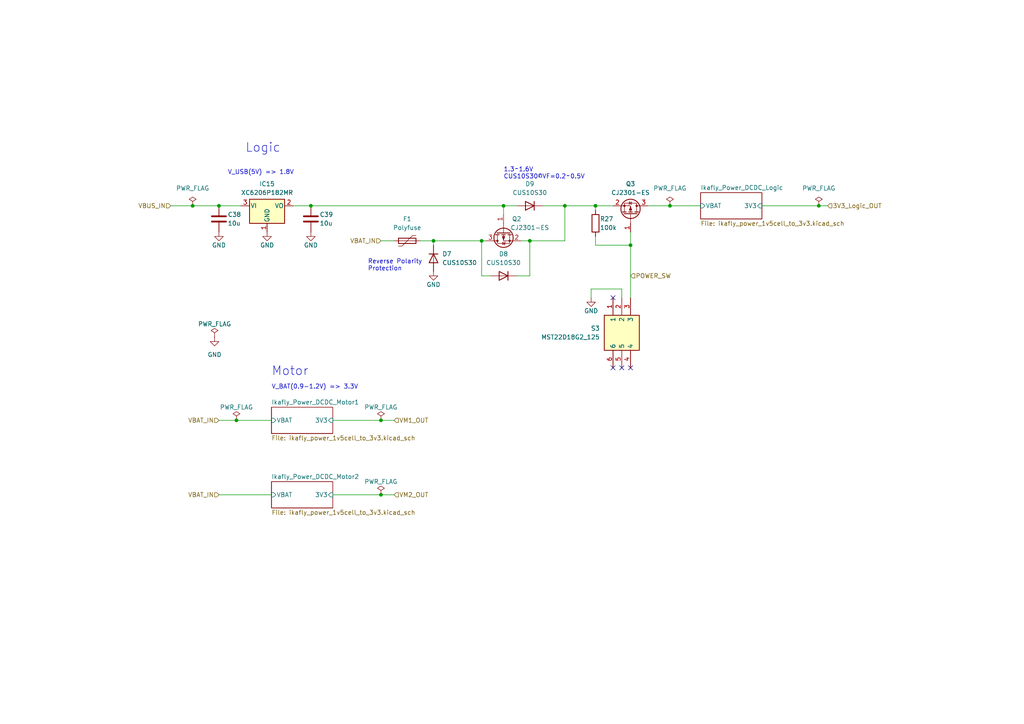
<source format=kicad_sch>
(kicad_sch (version 20230121) (generator eeschema)
  (paper "A4")
  (lib_symbols
    (symbol "Device:C" (pin_numbers hide) (pin_names (offset 0.254))
      (property "Reference" "C" (at 0.635 2.54 0))
      (property "Value" "C" (at 0.635 -2.54 0))
      (symbol "C_0_1"
        (polyline (pts (xy -2.032 -0.762) (xy 2.032 -0.762)) (stroke (width 0.508)))
        (polyline (pts (xy -2.032 0.762) (xy 2.032 0.762)) (stroke (width 0.508)))
      )
      (symbol "C_1_1"
        (pin passive line (at 0 3.81 270) (length 2.794) (name "~") (number "1"))
        (pin passive line (at 0 -3.81 90) (length 2.794) (name "~") (number "2"))
      )
    )
    (symbol "Device:D" (pin_numbers hide) (pin_names (offset 1.016) hide)
      (property "Reference" "D" (at 0 2.54 0))
      (property "Value" "D" (at 0 -2.54 0))
      (symbol "D_0_1"
        (polyline (pts (xy -1.27 1.27) (xy -1.27 -1.27)) (stroke (width 0.254)))
        (polyline (pts (xy 1.27 0) (xy -1.27 0)))
        (polyline (pts (xy 1.27 1.27) (xy 1.27 -1.27) (xy -1.27 0) (xy 1.27 1.27)) (stroke (width 0.254)))
      )
      (symbol "D_1_1"
        (pin passive line (at -3.81 0 0) (length 2.54) (name "K") (number "1"))
        (pin passive line (at 3.81 0 180) (length 2.54) (name "A") (number "2"))
      )
    )
    (symbol "Device:Polyfuse" (pin_numbers hide) (pin_names (offset 0))
      (property "Reference" "F" (at -2.54 0 90))
      (property "Value" "Polyfuse" (at 2.54 0 90))
      (symbol "Polyfuse_0_1"
        (rectangle (start -0.762 2.54) (end 0.762 -2.54) (stroke (width 0.254)))
        (polyline (pts (xy 0 2.54) (xy 0 -2.54)))
        (polyline (pts (xy -1.524 2.54) (xy -1.524 1.524) (xy 1.524 -1.524) (xy 1.524 -2.54)))
      )
      (symbol "Polyfuse_1_1"
        (pin passive line (at 0 3.81 270) (length 1.27) (name "~") (number "1"))
        (pin passive line (at 0 -3.81 90) (length 1.27) (name "~") (number "2"))
      )
    )
    (symbol "Device:R" (pin_numbers hide) (pin_names (offset 0))
      (property "Reference" "R" (at 2.032 0 90))
      (property "Value" "R" (at 0 0 90))
      (symbol "R_0_1"
        (rectangle (start -1.016 -2.54) (end 1.016 2.54) (stroke (width 0.254)))
      )
      (symbol "R_1_1"
        (pin passive line (at 0 3.81 270) (length 1.27) (name "~") (number "1"))
        (pin passive line (at 0 -3.81 90) (length 1.27) (name "~") (number "2"))
      )
    )
    (symbol "Regulator_Linear:XC6206PxxxMR" (pin_names (offset 0.254))
      (property "Reference" "U" (at -3.81 3.175 0))
      (property "Value" "XC6206PxxxMR" (at 0 3.175 0))
      (symbol "XC6206PxxxMR_0_1"
        (rectangle (start -5.08 1.905) (end 5.08 -5.08) (stroke (width 0.254)) (fill (type background)))
      )
      (symbol "XC6206PxxxMR_1_1"
        (pin power_in line (at 0 -7.62 90) (length 2.54) (name "GND") (number "1"))
        (pin power_out line (at 7.62 0 180) (length 2.54) (name "VO") (number "2"))
        (pin power_in line (at -7.62 0 0) (length 2.54) (name "VI") (number "3"))
      )
    )
    (symbol "SamacSys_Parts:MST22D18G2_125"
      (property "Reference" "S" (at 16.51 7.62 0))
      (property "Value" "MST22D18G2_125" (at 16.51 5.08 0))
      (symbol "MST22D18G2_125_1_1"
        (rectangle (start 5.08 2.54) (end 15.24 -7.62) (stroke (width 0.254)) (fill (type background)))
        (pin passive line (at 0 0 0) (length 5.08) (name "1") (number "1"))
        (pin passive line (at 0 -2.54 0) (length 5.08) (name "2") (number "2"))
        (pin passive line (at 0 -5.08 0) (length 5.08) (name "3") (number "3"))
        (pin passive line (at 20.32 -5.08 180) (length 5.08) (name "4") (number "4"))
        (pin passive line (at 20.32 -2.54 180) (length 5.08) (name "5") (number "5"))
        (pin passive line (at 20.32 0 180) (length 5.08) (name "6") (number "6"))
      )
    )
    (symbol "Transistor_FET:IRLML6402" (pin_names hide)
      (property "Reference" "Q" (at 5.08 1.905 0))
      (property "Value" "IRLML6402" (at 5.08 0 0))
      (symbol "IRLML6402_0_1"
        (polyline (pts (xy 0.254 0) (xy -2.54 0)))
        (polyline (pts (xy 0.254 1.905) (xy 0.254 -1.905)) (stroke (width 0.254)))
        (polyline (pts (xy 0.762 -1.27) (xy 0.762 -2.286)) (stroke (width 0.254)))
        (polyline (pts (xy 0.762 0.508) (xy 0.762 -0.508)) (stroke (width 0.254)))
        (polyline (pts (xy 0.762 2.286) (xy 0.762 1.27)) (stroke (width 0.254)))
        (polyline (pts (xy 2.54 2.54) (xy 2.54 1.778)))
        (polyline (pts (xy 2.54 -2.54) (xy 2.54 0) (xy 0.762 0)))
        (polyline (pts (xy 0.762 1.778) (xy 3.302 1.778) (xy 3.302 -1.778) (xy 0.762 -1.778)))
        (polyline (pts (xy 2.286 0) (xy 1.27 0.381) (xy 1.27 -0.381) (xy 2.286 0)) (fill (type outline)))
        (polyline (pts (xy 2.794 -0.508) (xy 2.921 -0.381) (xy 3.683 -0.381) (xy 3.81 -0.254)))
        (polyline (pts (xy 3.302 -0.381) (xy 2.921 0.254) (xy 3.683 0.254) (xy 3.302 -0.381)))
        (circle (center 1.651 0) (radius 2.794) (stroke (width 0.254)))
        (circle (center 2.54 -1.778) (radius 0.254) (fill (type outline)))
        (circle (center 2.54 1.778) (radius 0.254) (fill (type outline)))
      )
      (symbol "IRLML6402_1_1"
        (pin input line (at -5.08 0 0) (length 2.54) (name "G") (number "1"))
        (pin passive line (at 2.54 -5.08 90) (length 2.54) (name "S") (number "2"))
        (pin passive line (at 2.54 5.08 270) (length 2.54) (name "D") (number "3"))
      )
    )
    (symbol "power:GND" (power) (pin_names (offset 0))
      (property "Value" "GND" (at 0 -3.81 0))
      (symbol "GND_0_1"
        (polyline (pts (xy 0 0) (xy 0 -1.27) (xy 1.27 -1.27) (xy 0 -2.54) (xy -1.27 -1.27) (xy 0 -1.27)))
      )
      (symbol "GND_1_1"
        (pin power_in line (at 0 0 270) (length 0) hide (name "GND") (number "1"))
      )
    )
    (symbol "power:PWR_FLAG" (power) (pin_numbers hide) (pin_names (offset 0) hide)
      (property "Value" "PWR_FLAG" (at 0 3.81 0))
      (symbol "PWR_FLAG_0_0"
        (pin power_out line (at 0 0 90) (length 0) (name "pwr") (number "1"))
      )
      (symbol "PWR_FLAG_0_1"
        (polyline (pts (xy 0 0) (xy 0 1.27) (xy -1.016 1.905) (xy 0 2.54) (xy 1.016 1.905) (xy 0 1.27)))
      )
    )
  )
  (junction (at 172.72 59.69))
  (junction (at 139.7 69.85))
  (junction (at 63.5 59.69))
  (junction (at 110.49 121.92))
  (junction (at 90.17 59.69))
  (junction (at 125.73 69.85))
  (junction (at 55.88 59.69))
  (junction (at 110.49 143.51))
  (junction (at 146.05 59.69))
  (junction (at 237.49 59.69))
  (junction (at 153.67 69.85))
  (junction (at 68.58 121.92))
  (junction (at 194.31 59.69))
  (junction (at 182.88 71.12))
  (junction (at 163.83 59.69))
  (no_connect (at 177.8 106.68))
  (no_connect (at 180.34 106.68))
  (no_connect (at 182.88 106.68))
  (no_connect (at 177.8 86.36))
  (wire (pts (xy 121.92 69.85) (xy 125.73 69.85)))
  (wire (pts (xy 149.86 80.01) (xy 153.67 80.01)))
  (wire (pts (xy 240.03 59.69) (xy 237.49 59.69)))
  (wire (pts (xy 187.96 59.69) (xy 194.31 59.69)))
  (wire (pts (xy 55.88 59.69) (xy 63.5 59.69)))
  (wire (pts (xy 171.45 83.82) (xy 180.34 83.82)))
  (wire (pts (xy 139.7 69.85) (xy 140.97 69.85)))
  (wire (pts (xy 96.52 143.51) (xy 110.49 143.51)))
  (wire (pts (xy 139.7 80.01) (xy 139.7 69.85)))
  (wire (pts (xy 68.58 121.92) (xy 78.74 121.92)))
  (wire (pts (xy 172.72 71.12) (xy 172.72 68.58)))
  (wire (pts (xy 125.73 69.85) (xy 125.73 71.12)))
  (wire (pts (xy 153.67 80.01) (xy 153.67 69.85)))
  (wire (pts (xy 163.83 59.69) (xy 172.72 59.69)))
  (wire (pts (xy 182.88 71.12) (xy 182.88 86.36)))
  (wire (pts (xy 153.67 69.85) (xy 163.83 69.85)))
  (wire (pts (xy 96.52 121.92) (xy 110.49 121.92)))
  (wire (pts (xy 220.98 59.69) (xy 237.49 59.69)))
  (wire (pts (xy 63.5 143.51) (xy 78.74 143.51)))
  (wire (pts (xy 85.09 59.69) (xy 90.17 59.69)))
  (wire (pts (xy 125.73 69.85) (xy 139.7 69.85)))
  (wire (pts (xy 194.31 59.69) (xy 203.2 59.69)))
  (wire (pts (xy 90.17 59.69) (xy 146.05 59.69)))
  (wire (pts (xy 151.13 69.85) (xy 153.67 69.85)))
  (wire (pts (xy 172.72 60.96) (xy 172.72 59.69)))
  (wire (pts (xy 146.05 59.69) (xy 149.86 59.69)))
  (wire (pts (xy 63.5 59.69) (xy 69.85 59.69)))
  (wire (pts (xy 142.24 80.01) (xy 139.7 80.01)))
  (wire (pts (xy 110.49 121.92) (xy 114.3 121.92)))
  (wire (pts (xy 182.88 71.12) (xy 172.72 71.12)))
  (wire (pts (xy 171.45 86.36) (xy 171.45 83.82)))
  (wire (pts (xy 157.48 59.69) (xy 163.83 59.69)))
  (wire (pts (xy 180.34 83.82) (xy 180.34 86.36)))
  (wire (pts (xy 49.53 59.69) (xy 55.88 59.69)))
  (wire (pts (xy 163.83 59.69) (xy 163.83 69.85)))
  (wire (pts (xy 110.49 143.51) (xy 114.3 143.51)))
  (wire (pts (xy 63.5 121.92) (xy 68.58 121.92)))
  (wire (pts (xy 110.49 69.85) (xy 114.3 69.85)))
  (wire (pts (xy 182.88 67.31) (xy 182.88 71.12)))
  (wire (pts (xy 146.05 62.23) (xy 146.05 59.69)))
  (wire (pts (xy 172.72 59.69) (xy 177.8 59.69)))
  (text "Logic" (at 71.12 44.45 0) (effects (font (size 2.56 2.56)) (justify left bottom)))
  (text "Reverse Polarity\nProtection" (at 106.68 78.74 0) (effects (font (size 1.27 1.27)) (justify left bottom)))
  (text "V_USB(5V) => 1.8V" (at 66.04 50.8 0) (effects (font (size 1.27 1.27)) (justify left bottom)))
  (text "1.3～1.6V\nCUS10S30のVF=0.2～0.5V" (at 146.05 52.07 0) (effects (font (size 1.27 1.27)) (justify left bottom)))
  (text "V_BAT(0.9-1.2V) => 3.3V" (at 78.74 113.03 0) (effects (font (size 1.27 1.27)) (justify left bottom)))
  (text "Motor" (at 78.74 109.22 0) (effects (font (size 2.56 2.56)) (justify left bottom)))
  (hierarchical_label "VM2_OUT" (shape input) (at 114.3 143.51 0))
  (hierarchical_label "VBAT_IN" (shape input) (at 63.5 143.51 180))
  (hierarchical_label "VBAT_IN" (shape input) (at 63.5 121.92 180))
  (hierarchical_label "VM1_OUT" (shape input) (at 114.3 121.92 0))
  (hierarchical_label "POWER_SW" (shape input) (at 182.88 80.01 0))
  (hierarchical_label "VBUS_IN" (shape input) (at 49.53 59.69 180))
  (hierarchical_label "3V3_Logic_OUT" (shape input) (at 240.03 59.69 0))
  (hierarchical_label "VBAT_IN" (shape input) (at 110.49 69.85 180))
  (symbol (lib_id "power:PWR_FLAG") (at 237.49 59.69 0) (unit 1)
    (property "Reference" "#FLG010" (effects hide))
    (property "Value" "PWR_FLAG" (at 237.49 54.61 0))
  )
  (symbol (lib_id "power:GND") (at 63.5 67.31 0) (unit 1)
    (property "Reference" "#PWR085" (effects hide))
    (property "Value" "GND" (at 63.5 71.12 0))
  )
  (symbol (lib_id "Regulator_Linear:XC6206PxxxMR") (at 77.47 59.69 0) (unit 1)
    (property "Reference" "IC15" (at 77.47 53.34 0))
    (property "Value" "XC6206P182MR" (at 77.47 55.88 0))
    (property "Footprint" "Package_TO_SOT_SMD:SOT-23-3" (effects hide))
    (property "Datasheet" "https://www.torexsemi.com/file/xc6206/XC6206.pdf" (effects hide))
    (property "LCSC" "C347373" (effects hide))
  )
  (symbol (lib_id "power:PWR_FLAG") (at 110.49 121.92 0) (unit 1)
    (property "Reference" "#FLG07" (effects hide))
    (property "Value" "PWR_FLAG" (at 110.49 118.11 0))
  )
  (symbol (lib_id "Device:R") (at 172.72 64.77 0) (unit 1)
    (property "Reference" "R27" (at 173.99 63.5 0) (effects (justify left)))
    (property "Value" "100k" (at 173.99 66.04 0) (effects (justify left)))
    (property "Footprint" "Resistor_SMD:R_0402_1005Metric" (effects hide))
    (property "LCSC" "C60491" (effects hide))
  )
  (symbol (lib_id "power:PWR_FLAG") (at 68.58 121.92 0) (unit 1)
    (property "Reference" "#FLG06" (effects hide))
    (property "Value" "PWR_FLAG" (at 68.58 118.11 0))
  )
  (symbol (lib_id "power:GND") (at 125.73 78.74 0) (unit 1)
    (property "Reference" "#PWR088" (effects hide))
    (property "Value" "GND" (at 125.73 82.55 0))
  )
  (symbol (lib_id "power:GND") (at 171.45 86.36 0) (unit 1)
    (property "Reference" "#PWR089" (effects hide))
    (property "Value" "GND" (at 171.45 90.17 0))
  )
  (symbol (lib_id "Device:C") (at 63.5 63.5 0) (unit 1)
    (property "Reference" "C38" (at 66.04 62.23 0) (effects (justify left)))
    (property "Value" "10u" (at 66.04 64.77 0) (effects (justify left)))
    (property "Footprint" "Capacitor_SMD:C_0603_1608Metric" (effects hide))
    (property "LCSC" "C1691" (effects hide))
  )
  (symbol (lib_id "Device:D") (at 146.05 80.01 180) (unit 1)
    (property "Reference" "D8" (at 146.05 73.66 0))
    (property "Value" "CUS10S30" (at 146.05 76.2 0))
    (property "Footprint" "Diode_SMD:D_SOD-323" (effects hide))
    (property "Sim.Device" "D" (effects hide))
    (property "Sim.Pins" "1=K 2=A" (effects hide))
    (property "LCSC" "C146335" (effects hide))
  )
  (symbol (lib_id "Transistor_FET:IRLML6402") (at 146.05 67.31 90) (mirror x) (unit 1)
    (property "Reference" "Q2" (at 149.86 63.5 90))
    (property "Value" "CJ2301-ES" (at 153.67 66.04 90))
    (property "Footprint" "Package_TO_SOT_SMD:SOT-23" (effects hide))
    (property "Datasheet" "https://www.infineon.com/dgdl/irlml6402pbf.pdf?fileId=5546d462533600a401535668d5c2263c" (effects hide))
    (property "LCSC" "C5224170" (effects hide))
  )
  (symbol (lib_id "power:PWR_FLAG") (at 194.31 59.69 0) (unit 1)
    (property "Reference" "#FLG09" (effects hide))
    (property "Value" "PWR_FLAG" (at 194.31 54.61 0))
  )
  (symbol (lib_id "Transistor_FET:IRLML6402") (at 182.88 62.23 270) (mirror x) (unit 1)
    (property "Reference" "Q3" (at 182.88 53.34 90))
    (property "Value" "CJ2301-ES" (at 182.88 55.88 90))
    (property "Footprint" "Package_TO_SOT_SMD:SOT-23" (effects hide))
    (property "Datasheet" "https://www.infineon.com/dgdl/irlml6402pbf.pdf?fileId=5546d462533600a401535668d5c2263c" (effects hide))
    (property "LCSC" "C5224170" (effects hide))
  )
  (symbol (lib_id "Device:D") (at 153.67 59.69 180) (unit 1)
    (property "Reference" "D9" (at 153.67 53.34 0))
    (property "Value" "CUS10S30" (at 153.67 55.88 0))
    (property "Footprint" "Diode_SMD:D_SOD-323" (effects hide))
    (property "Sim.Device" "D" (effects hide))
    (property "Sim.Pins" "1=K 2=A" (effects hide))
    (property "LCSC" "C146335" (effects hide))
  )
  (symbol (lib_id "power:PWR_FLAG") (at 110.49 143.51 0) (unit 1)
    (property "Reference" "#FLG08" (effects hide))
    (property "Value" "PWR_FLAG" (at 110.49 139.7 0))
  )
  (symbol (lib_id "power:GND") (at 77.47 67.31 0) (unit 1)
    (property "Reference" "#PWR086" (effects hide))
    (property "Value" "GND" (at 77.47 71.12 0))
  )
  (symbol (lib_id "Device:D") (at 125.73 74.93 270) (unit 1)
    (property "Reference" "D7" (at 128.27 73.66 90) (effects (justify left)))
    (property "Value" "CUS10S30" (at 128.27 76.2 90) (effects (justify left)))
    (property "Footprint" "Diode_SMD:D_SOD-323" (effects hide))
    (property "Sim.Device" "D" (effects hide))
    (property "Sim.Pins" "1=K 2=A" (effects hide))
    (property "LCSC" "C146335" (effects hide))
  )
  (symbol (lib_id "Device:C") (at 90.17 63.5 0) (unit 1)
    (property "Reference" "C39" (at 92.71 62.23 0) (effects (justify left)))
    (property "Value" "10u" (at 92.71 64.77 0) (effects (justify left)))
    (property "Footprint" "Capacitor_SMD:C_0603_1608Metric" (effects hide))
    (property "LCSC" "C1691" (effects hide))
  )
  (symbol (lib_id "power:GND") (at 90.17 67.31 0) (unit 1)
    (property "Reference" "#PWR087" (effects hide))
    (property "Value" "GND" (at 90.17 71.12 0))
  )
  (symbol (lib_id "SamacSys_Parts:MST22D18G2_125") (at 177.8 86.36 90) (mirror x) (unit 1)
    (property "Reference" "S3" (at 173.99 95.25 90) (effects (justify left)))
    (property "Value" "MST22D18G2_125" (at 173.99 97.79 90) (effects (justify left)))
    (property "Footprint" "SamacSys_Parts:MST22D18G2125" (effects hide))
    (property "Datasheet" "https://datasheet.lcsc.com/lcsc/2110190930_SHOU-HAN-MST22D18G2-125_C2906280.pdf" (effects hide))
    (property "Height" "8" (effects hide))
    (property "Manufacturer_Name" "SHENZHEN SHOUHAN TECHNOLOGYCO.,LTD" (effects hide))
    (property "Manufacturer_Part_Number" "MST22D18G2 125" (effects hide))
    (property "LCSC" "C2906280" (effects hide))
  )
  (symbol (lib_id "power:PWR_FLAG") (at 55.88 59.69 0) (unit 1)
    (property "Reference" "#FLG04" (effects hide))
    (property "Value" "PWR_FLAG" (at 55.88 54.61 0))
  )
  (symbol (lib_id "power:GND") (at 62.23 97.79 0) (unit 1)
    (property "Reference" "#PWR084" (effects hide))
    (property "Value" "GND" (at 62.23 102.87 0))
  )
  (symbol (lib_id "power:PWR_FLAG") (at 62.23 97.79 0) (unit 1)
    (property "Reference" "#FLG05" (effects hide))
    (property "Value" "PWR_FLAG" (at 62.23 93.98 0))
  )
  (symbol (lib_id "Device:Polyfuse") (at 118.11 69.85 90) (unit 1)
    (property "Reference" "F1" (at 118.11 63.5 90))
    (property "Value" "Polyfuse" (at 118.11 66.04 90))
    (property "Footprint" "Fuse:Fuse_0603_1608Metric" (effects hide))
    (property "LCSC" "C210357" (effects hide))
  )
  (sheet (at 203.2 55.88) (size 17.78 7.62) (stroke (width 0.1524))
    (property "Sheetname" "Ikafly_Power_DCDC_Logic" (at 203.2 55.1684 0) (effects (justify left bottom)))
    (property "Sheetfile" "ikafly_power_1v5cell_to_3v3.kicad_sch" (at 203.2 64.0846 0) (effects (justify left top)))
    (pin "VBAT" input (at 203.2 59.69 180))
    (pin "3V3" input (at 220.98 59.69 0))
  )
  (sheet (at 78.74 139.7) (size 17.78 7.62) (stroke (width 0.1524))
    (property "Sheetname" "Ikafly_Power_DCDC_Motor2" (at 78.74 138.9884 0) (effects (justify left bottom)))
    (property "Sheetfile" "ikafly_power_1v5cell_to_3v3.kicad_sch" (at 78.74 147.9046 0) (effects (justify left top)))
    (pin "VBAT" input (at 78.74 143.51 180))
    (pin "3V3" input (at 96.52 143.51 0))
  )
  (sheet (at 78.74 118.11) (size 17.78 7.62) (stroke (width 0.1524))
    (property "Sheetname" "Ikafly_Power_DCDC_Motor1" (at 78.74 117.3984 0) (effects (justify left bottom)))
    (property "Sheetfile" "ikafly_power_1v5cell_to_3v3.kicad_sch" (at 78.74 126.3146 0) (effects (justify left top)))
    (pin "VBAT" input (at 78.74 121.92 180))
    (pin "3V3" input (at 96.52 121.92 0))
  )
)
</source>
